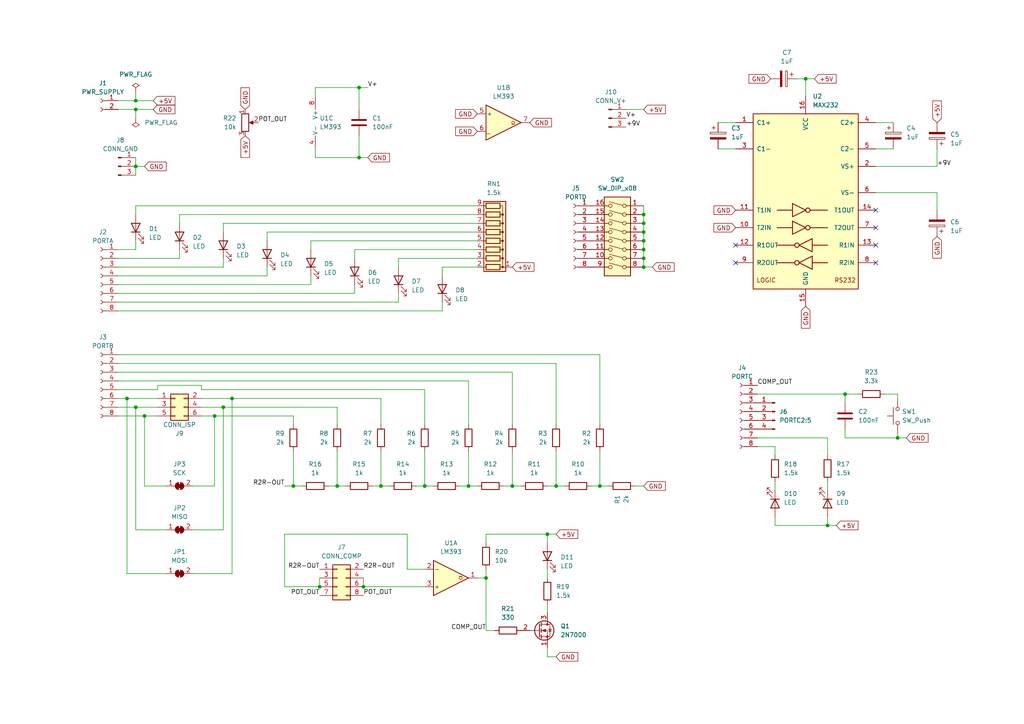
<source format=kicad_sch>
(kicad_sch (version 20211123) (generator eeschema)
  (paper "A4")
  (lib_symbols
    (symbol "Comparator:LM393" (pin_names (offset 0.127))
      (property "Reference" "U" (at 3.81 3.81 0))
      (property "Value" "LM393" (at 6.35 -3.81 0))
      (symbol "LM393_1_1"
        (pin open_collector line (at 7.62 0 180) (length 2.54) (name "~") (number "1"))
        (pin input line (at -7.62 -2.54 0) (length 2.54) (name "-") (number "2"))
        (pin input line (at -7.62 2.54 0) (length 2.54) (name "+") (number "3"))
      )
      (symbol "LM393_2_1"
        (pin input line (at -7.62 2.54 0) (length 2.54) (name "+") (number "5"))
        (pin input line (at -7.62 -2.54 0) (length 2.54) (name "_") (number "6"))
        (pin open_collector line (at 7.62 0 180) (length 2.54) (name "~") (number "7"))
      )
      (symbol "LM393_3_1"
        (pin power_in line (at -2.54 -7.62 90) (length 3.81) (name "V-") (number "4"))
        (pin power_in line (at -2.54 7.62 270) (length 3.81) (name "V+") (number "8"))
      )
    )
    (symbol "Connector:Conn_01x02_Female" (pin_names (offset 1.016) hide)
      (property "Reference" "J" (at 0 2.54 0))
      (property "Value" "Conn_01x02_Female" (at 0 -5.08 0))
      (symbol "Conn_01x02_Female_1_1"
        (pin passive line (at -5.08 0 0) (length 3.81) (name "Pin_1") (number "1"))
        (pin passive line (at -5.08 -2.54 0) (length 3.81) (name "Pin_2") (number "2"))
      )
    )
    (symbol "Connector:Conn_01x03_Male" (pin_names (offset 1.016) hide)
      (property "Reference" "J" (at 0 5.08 0))
      (property "Value" "Conn_01x03_Male" (at 0 -5.08 0))
      (symbol "Conn_01x03_Male_1_1"
        (pin passive line (at 5.08 2.54 180) (length 3.81) (name "Pin_1") (number "1"))
        (pin passive line (at 5.08 0 180) (length 3.81) (name "Pin_2") (number "2"))
        (pin passive line (at 5.08 -2.54 180) (length 3.81) (name "Pin_3") (number "3"))
      )
    )
    (symbol "Connector:Conn_01x04_Male" (pin_names (offset 1.016) hide)
      (property "Reference" "J" (at 0 5.08 0))
      (property "Value" "Conn_01x04_Male" (at 0 -7.62 0))
      (symbol "Conn_01x04_Male_1_1"
        (pin passive line (at 5.08 2.54 180) (length 3.81) (name "Pin_1") (number "1"))
        (pin passive line (at 5.08 0 180) (length 3.81) (name "Pin_2") (number "2"))
        (pin passive line (at 5.08 -2.54 180) (length 3.81) (name "Pin_3") (number "3"))
        (pin passive line (at 5.08 -5.08 180) (length 3.81) (name "Pin_4") (number "4"))
      )
    )
    (symbol "Connector:Conn_01x08_Female" (pin_names (offset 1.016) hide)
      (property "Reference" "J" (at 0 10.16 0))
      (property "Value" "Conn_01x08_Female" (at 0 -12.7 0))
      (symbol "Conn_01x08_Female_1_1"
        (pin passive line (at -5.08 7.62 0) (length 3.81) (name "Pin_1") (number "1"))
        (pin passive line (at -5.08 5.08 0) (length 3.81) (name "Pin_2") (number "2"))
        (pin passive line (at -5.08 2.54 0) (length 3.81) (name "Pin_3") (number "3"))
        (pin passive line (at -5.08 0 0) (length 3.81) (name "Pin_4") (number "4"))
        (pin passive line (at -5.08 -2.54 0) (length 3.81) (name "Pin_5") (number "5"))
        (pin passive line (at -5.08 -5.08 0) (length 3.81) (name "Pin_6") (number "6"))
        (pin passive line (at -5.08 -7.62 0) (length 3.81) (name "Pin_7") (number "7"))
        (pin passive line (at -5.08 -10.16 0) (length 3.81) (name "Pin_8") (number "8"))
      )
    )
    (symbol "Connector_Generic:Conn_02x03_Odd_Even" (pin_names (offset 1.016) hide)
      (property "Reference" "J" (at 1.27 5.08 0))
      (property "Value" "Conn_02x03_Odd_Even" (at 1.27 -5.08 0))
      (symbol "Conn_02x03_Odd_Even_1_1"
        (pin passive line (at -5.08 2.54 0) (length 3.81) (name "Pin_1") (number "1"))
        (pin passive line (at 7.62 2.54 180) (length 3.81) (name "Pin_2") (number "2"))
        (pin passive line (at -5.08 0 0) (length 3.81) (name "Pin_3") (number "3"))
        (pin passive line (at 7.62 0 180) (length 3.81) (name "Pin_4") (number "4"))
        (pin passive line (at -5.08 -2.54 0) (length 3.81) (name "Pin_5") (number "5"))
        (pin passive line (at 7.62 -2.54 180) (length 3.81) (name "Pin_6") (number "6"))
      )
    )
    (symbol "Connector_Generic:Conn_02x04_Odd_Even" (pin_names (offset 1.016) hide)
      (property "Reference" "J" (at 1.27 5.08 0))
      (property "Value" "Conn_02x04_Odd_Even" (at 1.27 -7.62 0))
      (symbol "Conn_02x04_Odd_Even_1_1"
        (pin passive line (at -5.08 2.54 0) (length 3.81) (name "Pin_1") (number "1"))
        (pin passive line (at 7.62 2.54 180) (length 3.81) (name "Pin_2") (number "2"))
        (pin passive line (at -5.08 0 0) (length 3.81) (name "Pin_3") (number "3"))
        (pin passive line (at 7.62 0 180) (length 3.81) (name "Pin_4") (number "4"))
        (pin passive line (at -5.08 -2.54 0) (length 3.81) (name "Pin_5") (number "5"))
        (pin passive line (at 7.62 -2.54 180) (length 3.81) (name "Pin_6") (number "6"))
        (pin passive line (at -5.08 -5.08 0) (length 3.81) (name "Pin_7") (number "7"))
        (pin passive line (at 7.62 -5.08 180) (length 3.81) (name "Pin_8") (number "8"))
      )
    )
    (symbol "Device:C" (pin_numbers hide) (pin_names (offset 0.254))
      (property "Reference" "C" (at 0.635 2.54 0))
      (property "Value" "C" (at 0.635 -2.54 0))
      (symbol "C_1_1"
        (pin passive line (at 0 3.81 270) (length 2.794) (name "~") (number "1"))
        (pin passive line (at 0 -3.81 90) (length 2.794) (name "~") (number "2"))
      )
    )
    (symbol "Device:C_Polarized" (pin_numbers hide) (pin_names (offset 0.254))
      (property "Reference" "C" (at 0.635 2.54 0))
      (property "Value" "C_Polarized" (at 0.635 -2.54 0))
      (symbol "C_Polarized_1_1"
        (pin passive line (at 0 3.81 270) (length 2.794) (name "~") (number "1"))
        (pin passive line (at 0 -3.81 90) (length 2.794) (name "~") (number "2"))
      )
    )
    (symbol "Device:LED" (pin_numbers hide) (pin_names (offset 1.016) hide)
      (property "Reference" "D" (at 0 2.54 0))
      (property "Value" "LED" (at 0 -2.54 0))
      (symbol "LED_1_1"
        (pin passive line (at -3.81 0 0) (length 2.54) (name "K") (number "1"))
        (pin passive line (at 3.81 0 180) (length 2.54) (name "A") (number "2"))
      )
    )
    (symbol "Device:R" (pin_numbers hide) (pin_names (offset 0))
      (property "Reference" "R" (at 2.032 0 90))
      (property "Value" "R" (at 0 0 90))
      (symbol "R_1_1"
        (pin passive line (at 0 3.81 270) (length 1.27) (name "~") (number "1"))
        (pin passive line (at 0 -3.81 90) (length 1.27) (name "~") (number "2"))
      )
    )
    (symbol "Device:R_Network08" (pin_names (offset 0) hide)
      (property "Reference" "RN" (at -12.7 0 90))
      (property "Value" "R_Network08" (at 10.16 0 90))
      (symbol "R_Network08_1_1"
        (pin passive line (at -10.16 5.08 270) (length 2.54) (name "common") (number "1"))
        (pin passive line (at -10.16 -5.08 90) (length 1.27) (name "R1") (number "2"))
        (pin passive line (at -7.62 -5.08 90) (length 1.27) (name "R2") (number "3"))
        (pin passive line (at -5.08 -5.08 90) (length 1.27) (name "R3") (number "4"))
        (pin passive line (at -2.54 -5.08 90) (length 1.27) (name "R4") (number "5"))
        (pin passive line (at 0 -5.08 90) (length 1.27) (name "R5") (number "6"))
        (pin passive line (at 2.54 -5.08 90) (length 1.27) (name "R6") (number "7"))
        (pin passive line (at 5.08 -5.08 90) (length 1.27) (name "R7") (number "8"))
        (pin passive line (at 7.62 -5.08 90) (length 1.27) (name "R8") (number "9"))
      )
    )
    (symbol "Device:R_Potentiometer" (pin_names (offset 1.016) hide)
      (property "Reference" "RV" (at -4.445 0 90))
      (property "Value" "R_Potentiometer" (at -2.54 0 90))
      (symbol "R_Potentiometer_1_1"
        (pin passive line (at 0 3.81 270) (length 1.27) (name "1") (number "1"))
        (pin passive line (at 3.81 0 180) (length 1.27) (name "2") (number "2"))
        (pin passive line (at 0 -3.81 90) (length 1.27) (name "3") (number "3"))
      )
    )
    (symbol "Interface_UART:MAX232" (pin_names (offset 1.016))
      (property "Reference" "U" (at -2.54 28.575 0))
      (property "Value" "MAX232" (at -2.54 26.67 0))
      (symbol "MAX232_0_0"
        (text "LOGIC" (at -11.43 -22.86 0) (effects (font (size 1.27 1.27))))
        (text "RS232" (at 11.43 -22.86 0) (effects (font (size 1.27 1.27))))
      )
      (symbol "MAX232_1_1"
        (pin passive line (at -20.32 22.86 0) (length 5.08) (name "C1+") (number "1"))
        (pin input line (at -20.32 -7.62 0) (length 5.08) (name "T2IN") (number "10"))
        (pin input line (at -20.32 -2.54 0) (length 5.08) (name "T1IN") (number "11"))
        (pin output line (at -20.32 -12.7 0) (length 5.08) (name "R1OUT") (number "12"))
        (pin input line (at 20.32 -12.7 180) (length 5.08) (name "R1IN") (number "13"))
        (pin output line (at 20.32 -2.54 180) (length 5.08) (name "T1OUT") (number "14"))
        (pin power_in line (at 0 -30.48 90) (length 5.08) (name "GND") (number "15"))
        (pin power_in line (at 0 30.48 270) (length 5.08) (name "VCC") (number "16"))
        (pin power_out line (at 20.32 10.16 180) (length 5.08) (name "VS+") (number "2"))
        (pin passive line (at -20.32 15.24 0) (length 5.08) (name "C1-") (number "3"))
        (pin passive line (at 20.32 22.86 180) (length 5.08) (name "C2+") (number "4"))
        (pin passive line (at 20.32 15.24 180) (length 5.08) (name "C2-") (number "5"))
        (pin power_out line (at 20.32 2.54 180) (length 5.08) (name "VS-") (number "6"))
        (pin output line (at 20.32 -7.62 180) (length 5.08) (name "T2OUT") (number "7"))
        (pin input line (at 20.32 -17.78 180) (length 5.08) (name "R2IN") (number "8"))
        (pin output line (at -20.32 -17.78 0) (length 5.08) (name "R2OUT") (number "9"))
      )
    )
    (symbol "Jumper:SolderJumper_2_Bridged" (pin_names (offset 0) hide)
      (property "Reference" "JP" (at 0 2.032 0))
      (property "Value" "SolderJumper_2_Bridged" (at 0 -2.54 0))
      (symbol "SolderJumper_2_Bridged_1_1"
        (pin passive line (at -3.81 0 0) (length 2.54) (name "A") (number "1"))
        (pin passive line (at 3.81 0 180) (length 2.54) (name "B") (number "2"))
      )
    )
    (symbol "Switch:SW_DIP_x08" (pin_names (offset 0) hide)
      (property "Reference" "SW" (at 0 13.97 0))
      (property "Value" "SW_DIP_x08" (at 0 -11.43 0))
      (symbol "SW_DIP_x08_1_1"
        (pin passive line (at -7.62 10.16 0) (length 5.08) (name "~") (number "1"))
        (pin passive line (at 7.62 -5.08 180) (length 5.08) (name "~") (number "10"))
        (pin passive line (at 7.62 -2.54 180) (length 5.08) (name "~") (number "11"))
        (pin passive line (at 7.62 0 180) (length 5.08) (name "~") (number "12"))
        (pin passive line (at 7.62 2.54 180) (length 5.08) (name "~") (number "13"))
        (pin passive line (at 7.62 5.08 180) (length 5.08) (name "~") (number "14"))
        (pin passive line (at 7.62 7.62 180) (length 5.08) (name "~") (number "15"))
        (pin passive line (at 7.62 10.16 180) (length 5.08) (name "~") (number "16"))
        (pin passive line (at -7.62 7.62 0) (length 5.08) (name "~") (number "2"))
        (pin passive line (at -7.62 5.08 0) (length 5.08) (name "~") (number "3"))
        (pin passive line (at -7.62 2.54 0) (length 5.08) (name "~") (number "4"))
        (pin passive line (at -7.62 0 0) (length 5.08) (name "~") (number "5"))
        (pin passive line (at -7.62 -2.54 0) (length 5.08) (name "~") (number "6"))
        (pin passive line (at -7.62 -5.08 0) (length 5.08) (name "~") (number "7"))
        (pin passive line (at -7.62 -7.62 0) (length 5.08) (name "~") (number "8"))
        (pin passive line (at 7.62 -7.62 180) (length 5.08) (name "~") (number "9"))
      )
    )
    (symbol "Switch:SW_Push" (pin_numbers hide) (pin_names (offset 1.016) hide)
      (property "Reference" "SW" (at 1.27 2.54 0))
      (property "Value" "SW_Push" (at 0 -1.524 0))
      (symbol "SW_Push_0_1"
        (pin passive line (at -5.08 0 0) (length 2.54) (name "1") (number "1"))
        (pin passive line (at 5.08 0 180) (length 2.54) (name "2") (number "2"))
      )
    )
    (symbol "Transistor_FET:2N7000" (pin_names hide)
      (property "Reference" "Q" (at 5.08 1.905 0))
      (property "Value" "2N7000" (at 5.08 0 0))
      (symbol "2N7000_1_1"
        (pin passive line (at 2.54 -5.08 90) (length 2.54) (name "S") (number "1"))
        (pin input line (at -5.08 0 0) (length 2.54) (name "G") (number "2"))
        (pin passive line (at 2.54 5.08 270) (length 2.54) (name "D") (number "3"))
      )
    )
    (symbol "power:PWR_FLAG" (power) (pin_numbers hide) (pin_names (offset 0) hide)
      (property "Value" "PWR_FLAG" (at 0 3.81 0))
      (symbol "PWR_FLAG_0_0"
        (pin power_out line (at 0 0 90) (length 0) (name "pwr") (number "1"))
      )
    )
  )
  (junction (at 105.41 170.18))
  (junction (at 64.77 118.11))
  (junction (at 245.11 114.3))
  (junction (at 92.71 170.18))
  (junction (at 186.69 74.93))
  (junction (at 186.69 72.39))
  (junction (at 186.69 64.77))
  (junction (at 39.37 29.21))
  (junction (at 67.31 115.57))
  (junction (at 104.14 45.72))
  (junction (at 148.59 140.97))
  (junction (at 123.19 140.97))
  (junction (at 240.03 152.4))
  (junction (at 186.69 69.85))
  (junction (at 173.99 140.97))
  (junction (at 39.37 48.26))
  (junction (at 158.75 154.94))
  (junction (at 62.23 120.65))
  (junction (at 97.79 140.97))
  (junction (at 233.68 22.86))
  (junction (at 36.83 115.57))
  (junction (at 41.91 120.65))
  (junction (at 161.29 140.97))
  (junction (at 110.49 140.97))
  (junction (at 104.14 25.4))
  (junction (at 85.09 140.97))
  (junction (at 186.69 77.47))
  (junction (at 186.69 62.23))
  (junction (at 39.37 31.75))
  (junction (at 260.35 127))
  (junction (at 140.97 167.64))
  (junction (at 39.37 118.11))
  (junction (at 186.69 67.31))
  (junction (at 135.89 140.97))
  (no_connect (at 254 66.04))
  (no_connect (at 254 76.2))
  (no_connect (at 254 71.12))
  (no_connect (at 254 60.96))
  (no_connect (at 213.36 71.12))
  (no_connect (at 213.36 76.2))
  (wire (pts (xy 67.31 115.57) (xy 110.49 115.57)))
  (wire (pts (xy 85.09 140.97) (xy 82.55 140.97)))
  (wire (pts (xy 158.75 154.94) (xy 161.29 154.94)))
  (wire (pts (xy 224.79 149.86) (xy 224.79 152.4)))
  (wire (pts (xy 39.37 48.26) (xy 41.91 48.26)))
  (wire (pts (xy 163.83 140.97) (xy 161.29 140.97)))
  (wire (pts (xy 39.37 153.67) (xy 39.37 118.11)))
  (wire (pts (xy 118.11 165.1) (xy 118.11 154.94)))
  (wire (pts (xy 110.49 130.81) (xy 110.49 140.97)))
  (wire (pts (xy 58.42 111.76) (xy 45.72 111.76)))
  (wire (pts (xy 161.29 123.19) (xy 161.29 105.41)))
  (wire (pts (xy 39.37 31.75) (xy 44.45 31.75)))
  (wire (pts (xy 115.57 85.09) (xy 115.57 87.63)))
  (wire (pts (xy 34.29 102.87) (xy 173.99 102.87)))
  (wire (pts (xy 34.29 110.49) (xy 135.89 110.49)))
  (wire (pts (xy 271.78 55.88) (xy 271.78 60.96)))
  (wire (pts (xy 138.43 64.77) (xy 64.77 64.77)))
  (wire (pts (xy 77.47 67.31) (xy 77.47 69.85)))
  (wire (pts (xy 161.29 130.81) (xy 161.29 140.97)))
  (wire (pts (xy 138.43 67.31) (xy 77.47 67.31)))
  (wire (pts (xy 100.33 140.97) (xy 97.79 140.97)))
  (wire (pts (xy 104.14 45.72) (xy 106.68 45.72)))
  (wire (pts (xy 158.75 175.26) (xy 158.75 177.8)))
  (wire (pts (xy 219.71 127) (xy 240.03 127)))
  (wire (pts (xy 64.77 74.93) (xy 64.77 77.47)))
  (wire (pts (xy 36.83 115.57) (xy 45.72 115.57)))
  (wire (pts (xy 102.87 72.39) (xy 102.87 74.93)))
  (wire (pts (xy 151.13 140.97) (xy 148.59 140.97)))
  (wire (pts (xy 91.44 25.4) (xy 104.14 25.4)))
  (wire (pts (xy 87.63 140.97) (xy 85.09 140.97)))
  (wire (pts (xy 240.03 127) (xy 240.03 132.08)))
  (wire (pts (xy 208.28 43.18) (xy 213.36 43.18)))
  (wire (pts (xy 82.55 170.18) (xy 92.71 170.18)))
  (wire (pts (xy 138.43 74.93) (xy 115.57 74.93)))
  (wire (pts (xy 186.69 62.23) (xy 186.69 64.77)))
  (wire (pts (xy 240.03 139.7) (xy 240.03 142.24)))
  (wire (pts (xy 90.17 82.55) (xy 34.29 82.55)))
  (wire (pts (xy 254 48.26) (xy 271.78 48.26)))
  (wire (pts (xy 110.49 140.97) (xy 107.95 140.97)))
  (wire (pts (xy 240.03 149.86) (xy 240.03 152.4)))
  (wire (pts (xy 138.43 62.23) (xy 52.07 62.23)))
  (wire (pts (xy 34.29 107.95) (xy 148.59 107.95)))
  (wire (pts (xy 62.23 140.97) (xy 62.23 120.65)))
  (wire (pts (xy 186.69 77.47) (xy 189.23 77.47)))
  (wire (pts (xy 45.72 111.76) (xy 45.72 113.03)))
  (wire (pts (xy 39.37 48.26) (xy 39.37 50.8)))
  (wire (pts (xy 105.41 170.18) (xy 123.19 170.18)))
  (wire (pts (xy 52.07 72.39) (xy 52.07 74.93)))
  (wire (pts (xy 58.42 115.57) (xy 67.31 115.57)))
  (wire (pts (xy 148.59 130.81) (xy 148.59 140.97)))
  (wire (pts (xy 41.91 140.97) (xy 41.91 120.65)))
  (wire (pts (xy 123.19 130.81) (xy 123.19 140.97)))
  (wire (pts (xy 58.42 120.65) (xy 62.23 120.65)))
  (wire (pts (xy 219.71 129.54) (xy 224.79 129.54)))
  (wire (pts (xy 39.37 69.85) (xy 39.37 72.39)))
  (wire (pts (xy 102.87 85.09) (xy 34.29 85.09)))
  (wire (pts (xy 118.11 154.94) (xy 82.55 154.94)))
  (wire (pts (xy 245.11 127) (xy 260.35 127)))
  (wire (pts (xy 140.97 165.1) (xy 140.97 167.64)))
  (wire (pts (xy 115.57 87.63) (xy 34.29 87.63)))
  (wire (pts (xy 97.79 140.97) (xy 95.25 140.97)))
  (wire (pts (xy 184.15 140.97) (xy 186.69 140.97)))
  (wire (pts (xy 186.69 69.85) (xy 186.69 72.39)))
  (wire (pts (xy 224.79 129.54) (xy 224.79 132.08)))
  (wire (pts (xy 110.49 123.19) (xy 110.49 115.57)))
  (wire (pts (xy 39.37 29.21) (xy 44.45 29.21)))
  (wire (pts (xy 34.29 118.11) (xy 39.37 118.11)))
  (wire (pts (xy 39.37 59.69) (xy 39.37 62.23)))
  (wire (pts (xy 186.69 74.93) (xy 186.69 77.47)))
  (wire (pts (xy 113.03 140.97) (xy 110.49 140.97)))
  (wire (pts (xy 97.79 123.19) (xy 97.79 118.11)))
  (wire (pts (xy 77.47 77.47) (xy 77.47 80.01)))
  (wire (pts (xy 39.37 72.39) (xy 34.29 72.39)))
  (wire (pts (xy 48.26 166.37) (xy 36.83 166.37)))
  (wire (pts (xy 34.29 115.57) (xy 36.83 115.57)))
  (wire (pts (xy 186.69 64.77) (xy 186.69 67.31)))
  (wire (pts (xy 85.09 123.19) (xy 85.09 120.65)))
  (wire (pts (xy 52.07 74.93) (xy 34.29 74.93)))
  (wire (pts (xy 245.11 114.3) (xy 219.71 114.3)))
  (wire (pts (xy 34.29 29.21) (xy 39.37 29.21)))
  (wire (pts (xy 186.69 67.31) (xy 186.69 69.85)))
  (wire (pts (xy 77.47 80.01) (xy 34.29 80.01)))
  (wire (pts (xy 64.77 64.77) (xy 64.77 67.31)))
  (wire (pts (xy 254 35.56) (xy 259.08 35.56)))
  (wire (pts (xy 181.61 31.75) (xy 186.69 31.75)))
  (wire (pts (xy 128.27 87.63) (xy 128.27 90.17)))
  (wire (pts (xy 158.75 154.94) (xy 158.75 157.48)))
  (wire (pts (xy 231.14 22.86) (xy 233.68 22.86)))
  (wire (pts (xy 90.17 69.85) (xy 90.17 72.39)))
  (wire (pts (xy 128.27 77.47) (xy 128.27 80.01)))
  (wire (pts (xy 173.99 123.19) (xy 173.99 102.87)))
  (wire (pts (xy 62.23 120.65) (xy 85.09 120.65)))
  (wire (pts (xy 34.29 120.65) (xy 41.91 120.65)))
  (wire (pts (xy 140.97 154.94) (xy 158.75 154.94)))
  (wire (pts (xy 224.79 139.7) (xy 224.79 142.24)))
  (wire (pts (xy 39.37 31.75) (xy 34.29 31.75)))
  (wire (pts (xy 135.89 130.81) (xy 135.89 140.97)))
  (wire (pts (xy 248.92 114.3) (xy 245.11 114.3)))
  (wire (pts (xy 104.14 39.37) (xy 104.14 45.72)))
  (wire (pts (xy 48.26 153.67) (xy 39.37 153.67)))
  (wire (pts (xy 138.43 69.85) (xy 90.17 69.85)))
  (wire (pts (xy 91.44 27.94) (xy 91.44 25.4)))
  (wire (pts (xy 148.59 123.19) (xy 148.59 107.95)))
  (wire (pts (xy 52.07 62.23) (xy 52.07 64.77)))
  (wire (pts (xy 260.35 114.3) (xy 256.54 114.3)))
  (wire (pts (xy 85.09 130.81) (xy 85.09 140.97)))
  (wire (pts (xy 161.29 140.97) (xy 158.75 140.97)))
  (wire (pts (xy 55.88 153.67) (xy 64.77 153.67)))
  (wire (pts (xy 245.11 114.3) (xy 245.11 116.84)))
  (wire (pts (xy 260.35 125.73) (xy 260.35 127)))
  (wire (pts (xy 41.91 120.65) (xy 45.72 120.65)))
  (wire (pts (xy 135.89 140.97) (xy 133.35 140.97)))
  (wire (pts (xy 36.83 166.37) (xy 36.83 115.57)))
  (wire (pts (xy 48.26 140.97) (xy 41.91 140.97)))
  (wire (pts (xy 138.43 59.69) (xy 39.37 59.69)))
  (wire (pts (xy 260.35 127) (xy 262.89 127)))
  (wire (pts (xy 58.42 113.03) (xy 123.19 113.03)))
  (wire (pts (xy 128.27 90.17) (xy 34.29 90.17)))
  (wire (pts (xy 140.97 167.64) (xy 140.97 182.88)))
  (wire (pts (xy 34.29 113.03) (xy 45.72 113.03)))
  (wire (pts (xy 82.55 154.94) (xy 82.55 170.18)))
  (wire (pts (xy 104.14 31.75) (xy 104.14 25.4)))
  (wire (pts (xy 123.19 123.19) (xy 123.19 113.03)))
  (wire (pts (xy 140.97 182.88) (xy 143.51 182.88)))
  (wire (pts (xy 104.14 25.4) (xy 106.68 25.4)))
  (wire (pts (xy 39.37 45.72) (xy 39.37 48.26)))
  (wire (pts (xy 125.73 140.97) (xy 123.19 140.97)))
  (wire (pts (xy 138.43 72.39) (xy 102.87 72.39)))
  (wire (pts (xy 245.11 124.46) (xy 245.11 127)))
  (wire (pts (xy 123.19 165.1) (xy 118.11 165.1)))
  (wire (pts (xy 186.69 59.69) (xy 186.69 62.23)))
  (wire (pts (xy 208.28 35.56) (xy 213.36 35.56)))
  (wire (pts (xy 64.77 118.11) (xy 97.79 118.11)))
  (wire (pts (xy 140.97 154.94) (xy 140.97 157.48)))
  (wire (pts (xy 64.77 77.47) (xy 34.29 77.47)))
  (wire (pts (xy 173.99 140.97) (xy 171.45 140.97)))
  (wire (pts (xy 102.87 82.55) (xy 102.87 85.09)))
  (wire (pts (xy 115.57 74.93) (xy 115.57 77.47)))
  (wire (pts (xy 260.35 115.57) (xy 260.35 114.3)))
  (wire (pts (xy 39.37 34.29) (xy 39.37 31.75)))
  (wire (pts (xy 138.43 77.47) (xy 128.27 77.47)))
  (wire (pts (xy 158.75 187.96) (xy 158.75 190.5)))
  (wire (pts (xy 158.75 165.1) (xy 158.75 167.64)))
  (wire (pts (xy 254 55.88) (xy 271.78 55.88)))
  (wire (pts (xy 254 43.18) (xy 259.08 43.18)))
  (wire (pts (xy 91.44 43.18) (xy 91.44 45.72)))
  (wire (pts (xy 233.68 22.86) (xy 236.22 22.86)))
  (wire (pts (xy 148.59 140.97) (xy 146.05 140.97)))
  (wire (pts (xy 158.75 190.5) (xy 161.29 190.5)))
  (wire (pts (xy 39.37 29.21) (xy 39.37 26.67)))
  (wire (pts (xy 67.31 166.37) (xy 67.31 115.57)))
  (wire (pts (xy 64.77 153.67) (xy 64.77 118.11)))
  (wire (pts (xy 224.79 152.4) (xy 240.03 152.4)))
  (wire (pts (xy 186.69 72.39) (xy 186.69 74.93)))
  (wire (pts (xy 97.79 130.81) (xy 97.79 140.97)))
  (wire (pts (xy 123.19 140.97) (xy 120.65 140.97)))
  (wire (pts (xy 91.44 45.72) (xy 104.14 45.72)))
  (wire (pts (xy 58.42 118.11) (xy 64.77 118.11)))
  (wire (pts (xy 138.43 140.97) (xy 135.89 140.97)))
  (wire (pts (xy 140.97 167.64) (xy 138.43 167.64)))
  (wire (pts (xy 105.41 167.64) (xy 105.41 170.18)))
  (wire (pts (xy 39.37 118.11) (xy 45.72 118.11)))
  (wire (pts (xy 233.68 22.86) (xy 233.68 27.94)))
  (wire (pts (xy 135.89 123.19) (xy 135.89 110.49)))
  (wire (pts (xy 173.99 140.97) (xy 176.53 140.97)))
  (wire (pts (xy 92.71 167.64) (xy 92.71 170.18)))
  (wire (pts (xy 271.78 43.18) (xy 271.78 48.26)))
  (wire (pts (xy 173.99 130.81) (xy 173.99 140.97)))
  (wire (pts (xy 55.88 140.97) (xy 62.23 140.97)))
  (wire (pts (xy 90.17 80.01) (xy 90.17 82.55)))
  (wire (pts (xy 34.29 105.41) (xy 161.29 105.41)))
  (wire (pts (xy 240.03 152.4) (xy 242.57 152.4)))
  (wire (pts (xy 58.42 113.03) (xy 58.42 111.76)))
  (wire (pts (xy 55.88 166.37) (xy 67.31 166.37)))
  (label "V+" (at 106.68 25.4 0))
  (label "R2R-OUT" (at 92.71 165.1 180))
  (label "V+" (at 181.61 34.29 0))
  (label "+9V" (at 181.61 36.83 0))
  (label "+9V" (at 271.78 48.26 0))
  (label "R2R-OUT" (at 82.55 140.97 180))
  (label "COMP_OUT" (at 140.97 182.88 180))
  (label "POT_OUT" (at 74.93 35.56 0))
  (label "POT_OUT" (at 105.41 172.72 0))
  (label "R2R-OUT" (at 105.41 165.1 0))
  (label "COMP_OUT" (at 219.71 111.76 0))
  (label "POT_OUT" (at 92.71 172.72 180))
  (global_label "GND" (shape input) (at 153.67 35.56 0) (property "Intersheet References" "${INTERSHEET_REFS}" (effects hide)))
  (global_label "GND" (shape input) (at 41.91 48.26 0) (property "Intersheet References" "${INTERSHEET_REFS}" (effects hide)))
  (global_label "+5V" (shape input) (at 161.29 154.94 0) (property "Intersheet References" "${INTERSHEET_REFS}" (effects hide)))
  (global_label "GND" (shape input) (at 138.43 38.1 180) (property "Intersheet References" "${INTERSHEET_REFS}" (effects hide)))
  (global_label "GND" (shape input) (at 71.12 31.75 90) (property "Intersheet References" "${INTERSHEET_REFS}" (effects hide)))
  (global_label "GND" (shape input) (at 186.69 140.97 0) (property "Intersheet References" "${INTERSHEET_REFS}" (effects hide)))
  (global_label "+5V" (shape input) (at 271.78 35.56 90) (property "Intersheet References" "${INTERSHEET_REFS}" (effects hide)))
  (global_label "GND" (shape input) (at 161.29 190.5 0) (property "Intersheet References" "${INTERSHEET_REFS}" (effects hide)))
  (global_label "GND" (shape input) (at 233.68 88.9 270) (property "Intersheet References" "${INTERSHEET_REFS}" (effects hide)))
  (global_label "+5V" (shape input) (at 236.22 22.86 0) (property "Intersheet References" "${INTERSHEET_REFS}" (effects hide)))
  (global_label "GND" (shape input) (at 213.36 66.04 180) (property "Intersheet References" "${INTERSHEET_REFS}" (effects hide)))
  (global_label "+5V" (shape input) (at 44.45 29.21 0) (property "Intersheet References" "${INTERSHEET_REFS}" (effects hide)))
  (global_label "+5V" (shape input) (at 186.69 31.75 0) (property "Intersheet References" "${INTERSHEET_REFS}" (effects hide)))
  (global_label "GND" (shape input) (at 44.45 31.75 0) (property "Intersheet References" "${INTERSHEET_REFS}" (effects hide)))
  (global_label "GND" (shape input) (at 271.78 68.58 270) (property "Intersheet References" "${INTERSHEET_REFS}" (effects hide)))
  (global_label "GND" (shape input) (at 106.68 45.72 0) (property "Intersheet References" "${INTERSHEET_REFS}" (effects hide)))
  (global_label "GND" (shape input) (at 262.89 127 0) (property "Intersheet References" "${INTERSHEET_REFS}" (effects hide)))
  (global_label "GND" (shape input) (at 223.52 22.86 180) (property "Intersheet References" "${INTERSHEET_REFS}" (effects hide)))
  (global_label "+5V" (shape input) (at 242.57 152.4 0) (property "Intersheet References" "${INTERSHEET_REFS}" (effects hide)))
  (global_label "GND" (shape input) (at 213.36 60.96 180) (property "Intersheet References" "${INTERSHEET_REFS}" (effects hide)))
  (global_label "GND" (shape input) (at 138.43 33.02 180) (property "Intersheet References" "${INTERSHEET_REFS}" (effects hide)))
  (global_label "GND" (shape input) (at 189.23 77.47 0) (property "Intersheet References" "${INTERSHEET_REFS}" (effects hide)))
  (global_label "+5V" (shape input) (at 148.59 77.47 0) (property "Intersheet References" "${INTERSHEET_REFS}" (effects hide)))
  (global_label "+5V" (shape input) (at 71.12 39.37 270) (property "Intersheet References" "${INTERSHEET_REFS}" (effects hide)))
  (symbol (lib_id "Connector:Conn_01x03_Male") (at 176.53 34.29 0) (unit 1)
    (property "Reference" "J10" (at 177.165 26.67 0))
    (property "Value" "CONN_V+" (at 177.165 29.21 0))
    (property "Footprint" "Connector_PinHeader_2.54mm:PinHeader_1x03_P2.54mm_Vertical" (effects hide))
  )
  (symbol (lib_id "Device:R") (at 123.19 127 0) (mirror y) (unit 1)
    (property "Reference" "R6" (at 120.65 125.7299 0) (effects (justify left)))
    (property "Value" "2k" (at 120.65 128.2699 0) (effects (justify left)))
    (property "Footprint" "Resistor_THT:R_Axial_DIN0207_L6.3mm_D2.5mm_P10.16mm_Horizontal" (effects hide))
  )
  (symbol (lib_id "Device:C_Polarized") (at 271.78 64.77 180) (unit 1)
    (property "Reference" "C6" (at 275.59 64.3889 0) (effects (justify right)))
    (property "Value" "1uF" (at 275.59 66.9289 0) (effects (justify right)))
    (property "Footprint" "Capacitor_THT:CP_Radial_D5.0mm_P2.00mm" (effects hide))
  )
  (symbol (lib_id "Connector:Conn_01x03_Male") (at 34.29 48.26 0) (unit 1)
    (property "Reference" "J8" (at 34.925 40.64 0))
    (property "Value" "CONN_GND" (at 34.925 43.18 0))
    (property "Footprint" "Connector_PinHeader_2.54mm:PinHeader_1x03_P2.54mm_Vertical" (effects hide))
  )
  (symbol (lib_id "Connector:Conn_01x04_Male") (at 224.79 119.38 0) (mirror y) (unit 1)
    (property "Reference" "J6" (at 226.06 119.3799 0) (effects (justify right)))
    (property "Value" "PORTC2:5" (at 226.06 121.9199 0) (effects (justify right)))
    (property "Footprint" "Connector_PinHeader_2.54mm:PinHeader_1x04_P2.54mm_Vertical" (effects hide))
  )
  (symbol (lib_id "Device:LED") (at 115.57 81.28 90) (unit 1)
    (property "Reference" "D7" (at 119.38 81.5974 90) (effects (justify right)))
    (property "Value" "LED" (at 119.38 84.1374 90) (effects (justify right)))
    (property "Footprint" "LED_THT:LED_D3.0mm" (effects hide))
  )
  (symbol (lib_id "Device:R") (at 154.94 140.97 270) (mirror x) (unit 1)
    (property "Reference" "R11" (at 154.94 134.62 90))
    (property "Value" "1k" (at 154.94 137.16 90))
    (property "Footprint" "Resistor_THT:R_Axial_DIN0207_L6.3mm_D2.5mm_P10.16mm_Horizontal" (effects hide))
  )
  (symbol (lib_id "Jumper:SolderJumper_2_Bridged") (at 52.07 140.97 0) (unit 1)
    (property "Reference" "JP3" (at 52.07 134.62 0))
    (property "Value" "SCK" (at 52.07 137.16 0))
    (property "Footprint" "Jumper:SolderJumper-2_P1.3mm_Bridged_RoundedPad1.0x1.5mm" (effects hide))
  )
  (symbol (lib_id "Device:LED") (at 52.07 68.58 90) (unit 1)
    (property "Reference" "D2" (at 55.88 68.8974 90) (effects (justify right)))
    (property "Value" "LED" (at 55.88 71.4374 90) (effects (justify right)))
    (property "Footprint" "LED_THT:LED_D3.0mm" (effects hide))
  )
  (symbol (lib_id "Device:R") (at 158.75 171.45 0) (unit 1)
    (property "Reference" "R19" (at 161.29 170.1799 0) (effects (justify left)))
    (property "Value" "1.5k" (at 161.29 172.7199 0) (effects (justify left)))
    (property "Footprint" "Resistor_THT:R_Axial_DIN0207_L6.3mm_D2.5mm_P10.16mm_Horizontal" (effects hide))
  )
  (symbol (lib_id "Jumper:SolderJumper_2_Bridged") (at 52.07 166.37 0) (unit 1)
    (property "Reference" "JP1" (at 52.07 160.02 0))
    (property "Value" "MOSI" (at 52.07 162.56 0))
    (property "Footprint" "Jumper:SolderJumper-2_P1.3mm_Bridged_RoundedPad1.0x1.5mm" (effects hide))
  )
  (symbol (lib_id "Device:R") (at 167.64 140.97 270) (mirror x) (unit 1)
    (property "Reference" "R10" (at 167.64 134.62 90))
    (property "Value" "1k" (at 167.64 137.16 90))
    (property "Footprint" "Resistor_THT:R_Axial_DIN0207_L6.3mm_D2.5mm_P10.16mm_Horizontal" (effects hide))
  )
  (symbol (lib_id "Device:R") (at 85.09 127 0) (mirror y) (unit 1)
    (property "Reference" "R9" (at 82.55 125.7299 0) (effects (justify left)))
    (property "Value" "2k" (at 82.55 128.2699 0) (effects (justify left)))
    (property "Footprint" "Resistor_THT:R_Axial_DIN0207_L6.3mm_D2.5mm_P10.16mm_Horizontal" (effects hide))
  )
  (symbol (lib_id "Device:LED") (at 64.77 71.12 90) (unit 1)
    (property "Reference" "D3" (at 68.58 71.4374 90) (effects (justify right)))
    (property "Value" "LED" (at 68.58 73.9774 90) (effects (justify right)))
    (property "Footprint" "LED_THT:LED_D3.0mm" (effects hide))
  )
  (symbol (lib_id "Device:LED") (at 77.47 73.66 90) (unit 1)
    (property "Reference" "D4" (at 81.28 73.9774 90) (effects (justify right)))
    (property "Value" "LED" (at 81.28 76.5174 90) (effects (justify right)))
    (property "Footprint" "LED_THT:LED_D3.0mm" (effects hide))
  )
  (symbol (lib_id "Device:LED") (at 224.79 146.05 270) (unit 1)
    (property "Reference" "D10" (at 227.33 143.1924 90) (effects (justify left)))
    (property "Value" "LED" (at 227.33 145.7324 90) (effects (justify left)))
    (property "Footprint" "LED_THT:LED_D3.0mm" (effects hide))
  )
  (symbol (lib_id "Device:R") (at 161.29 127 0) (mirror y) (unit 1)
    (property "Reference" "R3" (at 158.75 125.7299 0) (effects (justify left)))
    (property "Value" "2k" (at 158.75 128.2699 0) (effects (justify left)))
    (property "Footprint" "Resistor_THT:R_Axial_DIN0207_L6.3mm_D2.5mm_P10.16mm_Horizontal" (effects hide))
  )
  (symbol (lib_id "Device:R_Network08") (at 143.51 67.31 270) (mirror x) (unit 1)
    (property "Reference" "RN1" (at 143.256 53.34 90))
    (property "Value" "1.5k" (at 143.256 55.88 90))
    (property "Footprint" "Resistor_THT:R_Array_SIP9" (effects hide))
    (property "Datasheet" "http://www.vishay.com/docs/31509/csc.pdf" (effects hide))
  )
  (symbol (lib_id "Device:R") (at 252.73 114.3 90) (unit 1)
    (property "Reference" "R23" (at 252.73 107.95 90))
    (property "Value" "3.3k" (at 252.73 110.49 90))
    (property "Footprint" "Resistor_THT:R_Axial_DIN0207_L6.3mm_D2.5mm_P10.16mm_Horizontal" (effects hide))
  )
  (symbol (lib_id "Switch:SW_Push") (at 260.35 120.65 90) (unit 1)
    (property "Reference" "SW1" (at 261.62 119.3799 90) (effects (justify right)))
    (property "Value" "SW_Push" (at 261.62 121.9199 90) (effects (justify right)))
    (property "Footprint" "Button_Switch_THT:SW_PUSH_6mm" (effects hide))
  )
  (symbol (lib_id "Device:R") (at 110.49 127 0) (mirror y) (unit 1)
    (property "Reference" "R7" (at 107.95 125.7299 0) (effects (justify left)))
    (property "Value" "2k" (at 107.95 128.2699 0) (effects (justify left)))
    (property "Footprint" "Resistor_THT:R_Axial_DIN0207_L6.3mm_D2.5mm_P10.16mm_Horizontal" (effects hide))
  )
  (symbol (lib_id "Connector:Conn_01x08_Female") (at 29.21 80.01 0) (mirror y) (unit 1)
    (property "Reference" "J2" (at 29.845 67.31 0))
    (property "Value" "PORTA" (at 29.845 69.85 0))
    (property "Footprint" "Connector_PinSocket_2.54mm:PinSocket_1x08_P2.54mm_Vertical" (effects hide))
  )
  (symbol (lib_id "Device:R") (at 140.97 161.29 0) (unit 1)
    (property "Reference" "R20" (at 143.51 160.0199 0) (effects (justify left)))
    (property "Value" "10k" (at 143.51 162.5599 0) (effects (justify left)))
    (property "Footprint" "Resistor_THT:R_Axial_DIN0207_L6.3mm_D2.5mm_P10.16mm_Horizontal" (effects hide))
  )
  (symbol (lib_id "power:PWR_FLAG") (at 39.37 34.29 180) (unit 1)
    (property "Reference" "#FLG01" (effects hide))
    (property "Value" "PWR_FLAG" (at 41.91 35.5599 0) (effects (justify right)))
  )
  (symbol (lib_id "Device:C_Polarized") (at 271.78 39.37 180) (unit 1)
    (property "Reference" "C5" (at 275.59 38.9889 0) (effects (justify right)))
    (property "Value" "1uF" (at 275.59 41.5289 0) (effects (justify right)))
    (property "Footprint" "Capacitor_THT:CP_Radial_D5.0mm_P2.00mm" (effects hide))
  )
  (symbol (lib_id "Interface_UART:MAX232") (at 233.68 58.42 0) (unit 1)
    (property "Reference" "U2" (at 235.6994 27.94 0) (effects (justify left)))
    (property "Value" "MAX232" (at 235.6994 30.48 0) (effects (justify left)))
    (property "Footprint" "Package_DIP:DIP-16_W7.62mm" (effects hide))
    (property "Datasheet" "http://www.ti.com/lit/ds/symlink/max232.pdf" (effects hide))
  )
  (symbol (lib_id "Device:R") (at 173.99 127 0) (mirror y) (unit 1)
    (property "Reference" "R2" (at 171.45 125.7299 0) (effects (justify left)))
    (property "Value" "2k" (at 171.45 128.2699 0) (effects (justify left)))
    (property "Footprint" "Resistor_THT:R_Axial_DIN0207_L6.3mm_D2.5mm_P10.16mm_Horizontal" (effects hide))
  )
  (symbol (lib_id "Device:C_Polarized") (at 227.33 22.86 270) (unit 1)
    (property "Reference" "C7" (at 228.219 15.24 90))
    (property "Value" "1uF" (at 228.219 17.78 90))
    (property "Footprint" "Capacitor_THT:CP_Radial_D5.0mm_P2.00mm" (effects hide))
  )
  (symbol (lib_id "Device:R") (at 97.79 127 0) (mirror y) (unit 1)
    (property "Reference" "R8" (at 95.25 125.7299 0) (effects (justify left)))
    (property "Value" "2k" (at 95.25 128.2699 0) (effects (justify left)))
    (property "Footprint" "Resistor_THT:R_Axial_DIN0207_L6.3mm_D2.5mm_P10.16mm_Horizontal" (effects hide))
  )
  (symbol (lib_id "Device:C") (at 104.14 35.56 0) (unit 1)
    (property "Reference" "C1" (at 107.95 34.2899 0) (effects (justify left)))
    (property "Value" "100nF" (at 107.95 36.8299 0) (effects (justify left)))
    (property "Footprint" "Capacitor_THT:C_Disc_D5.0mm_W2.5mm_P5.00mm" (effects hide))
  )
  (symbol (lib_id "Comparator:LM393") (at 130.81 167.64 0) (mirror x) (unit 1)
    (property "Reference" "U1" (at 130.81 157.48 0))
    (property "Value" "LM393" (at 130.81 160.02 0))
    (property "Footprint" "Package_DIP:DIP-8_W7.62mm" (effects hide))
    (property "Datasheet" "http://www.ti.com/lit/ds/symlink/lm393.pdf" (effects hide))
  )
  (symbol (lib_id "Connector:Conn_01x08_Female") (at 214.63 119.38 0) (mirror y) (unit 1)
    (property "Reference" "J4" (at 215.265 106.68 0))
    (property "Value" "PORTC" (at 215.265 109.22 0))
    (property "Footprint" "Connector_PinSocket_2.54mm:PinSocket_1x08_P2.54mm_Vertical" (effects hide))
  )
  (symbol (lib_id "Device:LED") (at 39.37 66.04 90) (unit 1)
    (property "Reference" "D1" (at 43.18 66.3574 90) (effects (justify right)))
    (property "Value" "LED" (at 43.18 68.8974 90) (effects (justify right)))
    (property "Footprint" "LED_THT:LED_D3.0mm" (effects hide))
  )
  (symbol (lib_id "Device:R_Potentiometer") (at 71.12 35.56 0) (unit 1)
    (property "Reference" "R22" (at 68.58 34.2899 0) (effects (justify right)))
    (property "Value" "10k" (at 68.58 36.8299 0) (effects (justify right)))
    (property "Footprint" "Potentiometer_THT:Potentiometer_Alps_RK09K_Single_Horizontal" (effects hide))
  )
  (symbol (lib_id "Device:LED") (at 158.75 161.29 90) (unit 1)
    (property "Reference" "D11" (at 162.56 161.6074 90) (effects (justify right)))
    (property "Value" "LED" (at 162.56 164.1474 90) (effects (justify right)))
    (property "Footprint" "LED_THT:LED_D3.0mm" (effects hide))
  )
  (symbol (lib_id "Device:R") (at 104.14 140.97 270) (mirror x) (unit 1)
    (property "Reference" "R15" (at 104.14 134.62 90))
    (property "Value" "1k" (at 104.14 137.16 90))
    (property "Footprint" "Resistor_THT:R_Axial_DIN0207_L6.3mm_D2.5mm_P10.16mm_Horizontal" (effects hide))
  )
  (symbol (lib_id "Device:R") (at 135.89 127 0) (mirror y) (unit 1)
    (property "Reference" "R5" (at 133.35 125.7299 0) (effects (justify left)))
    (property "Value" "2k" (at 133.35 128.2699 0) (effects (justify left)))
    (property "Footprint" "Resistor_THT:R_Axial_DIN0207_L6.3mm_D2.5mm_P10.16mm_Horizontal" (effects hide))
  )
  (symbol (lib_id "Connector_Generic:Conn_02x03_Odd_Even") (at 50.8 118.11 0) (unit 1)
    (property "Reference" "J9" (at 52.07 125.73 0))
    (property "Value" "CONN_ISP" (at 52.07 123.19 0))
    (property "Footprint" "Connector_PinHeader_2.54mm:PinHeader_2x03_P2.54mm_Vertical" (effects hide))
  )
  (symbol (lib_id "Device:R") (at 116.84 140.97 270) (mirror x) (unit 1)
    (property "Reference" "R14" (at 116.84 134.62 90))
    (property "Value" "1k" (at 116.84 137.16 90))
    (property "Footprint" "Resistor_THT:R_Axial_DIN0207_L6.3mm_D2.5mm_P10.16mm_Horizontal" (effects hide))
  )
  (symbol (lib_id "power:PWR_FLAG") (at 39.37 26.67 0) (unit 1)
    (property "Reference" "#FLG0101" (effects hide))
    (property "Value" "PWR_FLAG" (at 39.37 21.59 0))
  )
  (symbol (lib_id "Device:R") (at 147.32 182.88 90) (unit 1)
    (property "Reference" "R21" (at 147.32 176.53 90))
    (property "Value" "330" (at 147.32 179.07 90))
    (property "Footprint" "Resistor_THT:R_Axial_DIN0207_L6.3mm_D2.5mm_P10.16mm_Horizontal" (effects hide))
  )
  (symbol (lib_id "Device:C_Polarized") (at 208.28 39.37 0) (unit 1)
    (property "Reference" "C3" (at 212.09 37.2109 0) (effects (justify left)))
    (property "Value" "1uF" (at 212.09 39.7509 0) (effects (justify left)))
    (property "Footprint" "Capacitor_THT:CP_Radial_D5.0mm_P2.00mm" (effects hide))
  )
  (symbol (lib_id "Comparator:LM393") (at 93.98 35.56 0) (unit 3)
    (property "Reference" "U1" (at 92.71 34.2899 0) (effects (justify left)))
    (property "Value" "LM393" (at 92.71 36.8299 0) (effects (justify left)))
    (property "Footprint" "Package_DIP:DIP-8_W7.62mm" (effects hide))
    (property "Datasheet" "http://www.ti.com/lit/ds/symlink/lm393.pdf" (effects hide))
  )
  (symbol (lib_id "Comparator:LM393") (at 146.05 35.56 0) (unit 2)
    (property "Reference" "U1" (at 146.05 25.4 0))
    (property "Value" "LM393" (at 146.05 27.94 0))
    (property "Footprint" "Package_DIP:DIP-8_W7.62mm" (effects hide))
    (property "Datasheet" "http://www.ti.com/lit/ds/symlink/lm393.pdf" (effects hide))
  )
  (symbol (lib_id "Connector:Conn_01x08_Female") (at 166.37 67.31 0) (mirror y) (unit 1)
    (property "Reference" "J5" (at 167.005 54.61 0))
    (property "Value" "PORTD" (at 167.005 57.15 0))
    (property "Footprint" "Connector_PinSocket_2.54mm:PinSocket_1x08_P2.54mm_Vertical" (effects hide))
  )
  (symbol (lib_id "Connector:Conn_01x02_Female") (at 29.21 29.21 0) (mirror y) (unit 1)
    (property "Reference" "J1" (at 29.845 24.13 0))
    (property "Value" "PWR_SUPPLY" (at 29.845 26.67 0))
    (property "Footprint" "Connector_PinSocket_2.54mm:PinSocket_1x02_P2.54mm_Vertical" (effects hide))
  )
  (symbol (lib_id "Device:R") (at 240.03 135.89 0) (unit 1)
    (property "Reference" "R17" (at 242.57 134.6199 0) (effects (justify left)))
    (property "Value" "1.5k" (at 242.57 137.1599 0) (effects (justify left)))
    (property "Footprint" "Resistor_THT:R_Axial_DIN0207_L6.3mm_D2.5mm_P10.16mm_Horizontal" (effects hide))
  )
  (symbol (lib_id "Connector_Generic:Conn_02x04_Odd_Even") (at 97.79 167.64 0) (unit 1)
    (property "Reference" "J7" (at 99.06 158.75 0))
    (property "Value" "CONN_COMP" (at 99.06 161.29 0))
    (property "Footprint" "Connector_PinHeader_2.54mm:PinHeader_2x04_P2.54mm_Vertical" (effects hide))
  )
  (symbol (lib_id "Device:R") (at 129.54 140.97 270) (mirror x) (unit 1)
    (property "Reference" "R13" (at 129.54 134.62 90))
    (property "Value" "1k" (at 129.54 137.16 90))
    (property "Footprint" "Resistor_THT:R_Axial_DIN0207_L6.3mm_D2.5mm_P10.16mm_Horizontal" (effects hide))
  )
  (symbol (lib_id "Device:R") (at 180.34 140.97 90) (mirror x) (unit 1)
    (property "Reference" "R1" (at 179.0699 143.51 0) (effects (justify left)))
    (property "Value" "2k" (at 181.6099 143.51 0) (effects (justify left)))
    (property "Footprint" "Resistor_THT:R_Axial_DIN0207_L6.3mm_D2.5mm_P10.16mm_Horizontal" (effects hide))
  )
  (symbol (lib_id "Device:R") (at 91.44 140.97 270) (mirror x) (unit 1)
    (property "Reference" "R16" (at 91.44 134.62 90))
    (property "Value" "1k" (at 91.44 137.16 90))
    (property "Footprint" "Resistor_THT:R_Axial_DIN0207_L6.3mm_D2.5mm_P10.16mm_Horizontal" (effects hide))
  )
  (symbol (lib_id "Device:LED") (at 90.17 76.2 90) (unit 1)
    (property "Reference" "D5" (at 93.98 76.5174 90) (effects (justify right)))
    (property "Value" "LED" (at 93.98 79.0574 90) (effects (justify right)))
    (property "Footprint" "LED_THT:LED_D3.0mm" (effects hide))
  )
  (symbol (lib_id "Transistor_FET:2N7000") (at 156.21 182.88 0) (unit 1)
    (property "Reference" "Q1" (at 162.56 181.6099 0) (effects (justify left)))
    (property "Value" "2N7000" (at 162.56 184.1499 0) (effects (justify left)))
    (property "Footprint" "Package_TO_SOT_THT:TO-92_Inline" (effects hide))
    (property "Datasheet" "https://www.onsemi.com/pub/Collateral/NDS7002A-D.PDF" (effects hide))
  )
  (symbol (lib_id "Connector:Conn_01x08_Female") (at 29.21 110.49 0) (mirror y) (unit 1)
    (property "Reference" "J3" (at 29.845 97.79 0))
    (property "Value" "PORTB" (at 29.845 100.33 0))
    (property "Footprint" "Connector_PinSocket_2.54mm:PinSocket_1x08_P2.54mm_Vertical" (effects hide))
  )
  (symbol (lib_id "Device:R") (at 224.79 135.89 0) (unit 1)
    (property "Reference" "R18" (at 227.33 134.6199 0) (effects (justify left)))
    (property "Value" "1.5k" (at 227.33 137.1599 0) (effects (justify left)))
    (property "Footprint" "Resistor_THT:R_Axial_DIN0207_L6.3mm_D2.5mm_P10.16mm_Horizontal" (effects hide))
  )
  (symbol (lib_id "Device:C") (at 245.11 120.65 0) (unit 1)
    (property "Reference" "C2" (at 248.92 119.3799 0) (effects (justify left)))
    (property "Value" "100nF" (at 248.92 121.9199 0) (effects (justify left)))
    (property "Footprint" "Capacitor_THT:C_Disc_D5.0mm_W2.5mm_P5.00mm" (effects hide))
  )
  (symbol (lib_id "Device:LED") (at 240.03 146.05 270) (unit 1)
    (property "Reference" "D9" (at 242.57 143.1924 90) (effects (justify left)))
    (property "Value" "LED" (at 242.57 145.7324 90) (effects (justify left)))
    (property "Footprint" "LED_THT:LED_D3.0mm" (effects hide))
  )
  (symbol (lib_id "Switch:SW_DIP_x08") (at 179.07 69.85 0) (mirror y) (unit 1)
    (property "Reference" "SW2" (at 179.07 52.07 0))
    (property "Value" "SW_DIP_x08" (at 179.07 54.61 0))
    (property "Footprint" "Button_Switch_THT:SW_DIP_SPSTx08_Slide_9.78x22.5mm_W7.62mm_P2.54mm" (effects hide))
  )
  (symbol (lib_id "Device:LED") (at 128.27 83.82 90) (unit 1)
    (property "Reference" "D8" (at 132.08 84.1374 90) (effects (justify right)))
    (property "Value" "LED" (at 132.08 86.6774 90) (effects (justify right)))
    (property "Footprint" "LED_THT:LED_D3.0mm" (effects hide))
  )
  (symbol (lib_id "Device:LED") (at 102.87 78.74 90) (unit 1)
    (property "Reference" "D6" (at 106.68 79.0574 90) (effects (justify right)))
    (property "Value" "LED" (at 106.68 81.5974 90) (effects (justify right)))
    (property "Footprint" "LED_THT:LED_D3.0mm" (effects hide))
  )
  (symbol (lib_id "Jumper:SolderJumper_2_Bridged") (at 52.07 153.67 0) (unit 1)
    (property "Reference" "JP2" (at 52.07 147.32 0))
    (property "Value" "MISO" (at 52.07 149.86 0))
    (property "Footprint" "Jumper:SolderJumper-2_P1.3mm_Bridged_RoundedPad1.0x1.5mm" (effects hide))
  )
  (symbol (lib_id "Device:R") (at 148.59 127 0) (mirror y) (unit 1)
    (property "Reference" "R4" (at 146.05 125.7299 0) (effects (justify left)))
    (property "Value" "2k" (at 146.05 128.2699 0) (effects (justify left)))
    (property "Footprint" "Resistor_THT:R_Axial_DIN0207_L6.3mm_D2.5mm_P10.16mm_Horizontal" (effects hide))
  )
  (symbol (lib_id "Device:R") (at 142.24 140.97 270) (mirror x) (unit 1)
    (property "Reference" "R12" (at 142.24 134.62 90))
    (property "Value" "1k" (at 142.24 137.16 90))
    (property "Footprint" "Resistor_THT:R_Axial_DIN0207_L6.3mm_D2.5mm_P10.16mm_Horizontal" (effects hide))
  )
  (symbol (lib_id "Device:C_Polarized") (at 259.08 39.37 0) (unit 1)
    (property "Reference" "C4" (at 262.89 37.2109 0) (effects (justify left)))
    (property "Value" "1uF" (at 262.89 39.7509 0) (effects (justify left)))
    (property "Footprint" "Capacitor_THT:CP_Radial_D5.0mm_P2.00mm" (effects hide))
  )
)
</source>
